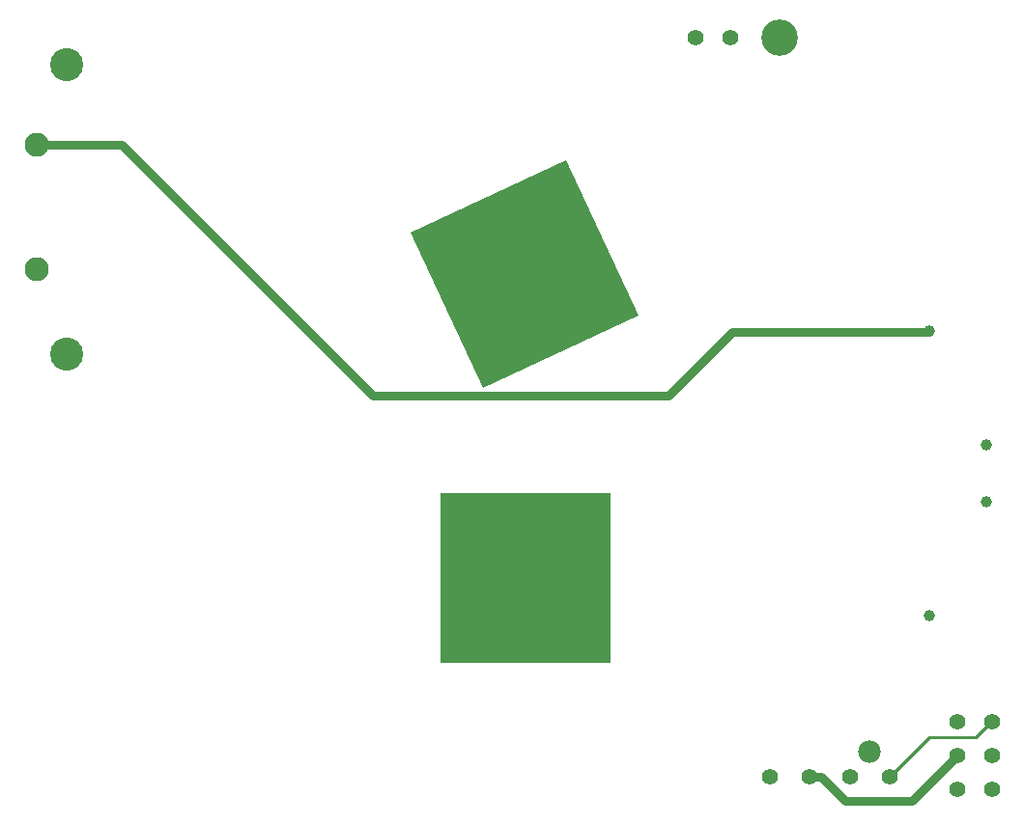
<source format=gbl>
G04 #@! TF.GenerationSoftware,KiCad,Pcbnew,5.0.2-bee76a0~70~ubuntu18.04.1*
G04 #@! TF.CreationDate,2019-04-30T11:13:38-04:00*
G04 #@! TF.ProjectId,AIR_Mount_Minus,4149525f-4d6f-4756-9e74-5f4d696e7573,rev?*
G04 #@! TF.SameCoordinates,Original*
G04 #@! TF.FileFunction,Copper,L2,Bot*
G04 #@! TF.FilePolarity,Positive*
%FSLAX46Y46*%
G04 Gerber Fmt 4.6, Leading zero omitted, Abs format (unit mm)*
G04 Created by KiCad (PCBNEW 5.0.2-bee76a0~70~ubuntu18.04.1) date Tue 30 Apr 2019 11:13:38 AM EDT*
%MOMM*%
%LPD*%
G01*
G04 APERTURE LIST*
G04 #@! TA.AperFunction,ComponentPad*
%ADD10C,1.400000*%
G04 #@! TD*
G04 #@! TA.AperFunction,ComponentPad*
%ADD11R,15.000000X15.000000*%
G04 #@! TD*
G04 #@! TA.AperFunction,ComponentPad*
%ADD12C,1.700000*%
G04 #@! TD*
G04 #@! TA.AperFunction,ComponentPad*
%ADD13C,15.000000*%
G04 #@! TD*
G04 #@! TA.AperFunction,Conductor*
%ADD14C,0.100000*%
G04 #@! TD*
G04 #@! TA.AperFunction,ComponentPad*
%ADD15C,3.200000*%
G04 #@! TD*
G04 #@! TA.AperFunction,ComponentPad*
%ADD16C,1.420000*%
G04 #@! TD*
G04 #@! TA.AperFunction,ComponentPad*
%ADD17C,1.397000*%
G04 #@! TD*
G04 #@! TA.AperFunction,ComponentPad*
%ADD18C,1.981000*%
G04 #@! TD*
G04 #@! TA.AperFunction,ComponentPad*
%ADD19C,1.000000*%
G04 #@! TD*
G04 #@! TA.AperFunction,ComponentPad*
%ADD20C,2.120000*%
G04 #@! TD*
G04 #@! TA.AperFunction,ComponentPad*
%ADD21C,2.900000*%
G04 #@! TD*
G04 #@! TA.AperFunction,Conductor*
%ADD22C,0.762000*%
G04 #@! TD*
G04 #@! TA.AperFunction,Conductor*
%ADD23C,0.254000*%
G04 #@! TD*
G04 APERTURE END LIST*
D10*
G04 #@! TO.P,J1,1*
G04 #@! TO.N,/Precharge+*
X208940000Y-124480000D03*
G04 #@! TO.P,J1,2*
G04 #@! TO.N,/Precharge-*
X208940000Y-121480000D03*
G04 #@! TO.P,J1,3*
G04 #@! TO.N,/AUX+*
X208940000Y-118480000D03*
G04 #@! TO.P,J1,4*
G04 #@! TO.N,/AUX-*
X205940000Y-124480000D03*
G04 #@! TO.P,J1,5*
G04 #@! TO.N,/Coil+*
X205940000Y-121480000D03*
G04 #@! TO.P,J1,6*
G04 #@! TO.N,/Coil-*
X205940000Y-118480000D03*
G04 #@! TD*
D11*
G04 #@! TO.P,J2,1*
G04 #@! TO.N,/BAT-*
X168031363Y-105920001D03*
D12*
X171841363Y-112270001D03*
X174381363Y-112270001D03*
X169301363Y-112270001D03*
X166761363Y-112270001D03*
X164221363Y-112270001D03*
X161681363Y-112270001D03*
X171841363Y-99570001D03*
X166761363Y-99570001D03*
X169301363Y-99570001D03*
X161681363Y-99570001D03*
X174381363Y-99570001D03*
X164221363Y-99570001D03*
G04 #@! TD*
G04 #@! TO.P,J3,1*
G04 #@! TO.N,/TS-*
X161850342Y-75105159D03*
X171058429Y-70811358D03*
X159548321Y-76178610D03*
X166454386Y-72958258D03*
X164152364Y-74031709D03*
X168756408Y-71884808D03*
X164915573Y-87688718D03*
X167217594Y-86615268D03*
X169519616Y-85541818D03*
X171821638Y-84468367D03*
X176425681Y-82321466D03*
X174123660Y-83394917D03*
D13*
X167987001Y-79250038D03*
D14*
G04 #@! TD*
G04 #@! TO.N,/TS-*
G04 #@! TO.C,J3*
G36*
X164359330Y-89216983D02*
X158020056Y-75622367D01*
X171614672Y-69283093D01*
X177953946Y-82877709D01*
X164359330Y-89216983D01*
X164359330Y-89216983D01*
G37*
D15*
G04 #@! TO.P,J4,*
G04 #@! TO.N,*
X190300000Y-58520000D03*
D16*
G04 #@! TO.P,J4,1*
G04 #@! TO.N,/TS_Fuse-*
X185980000Y-58520000D03*
G04 #@! TO.P,J4,2*
G04 #@! TO.N,/TSMP-*
X182980000Y-58520000D03*
G04 #@! TD*
D17*
G04 #@! TO.P,J5,2*
G04 #@! TO.N,/AUX-*
X196490000Y-123350000D03*
G04 #@! TO.P,J5,1*
G04 #@! TO.N,/AUX+*
X199990000Y-123350000D03*
D18*
G04 #@! TO.P,J5,*
G04 #@! TO.N,*
X198240000Y-121120000D03*
D17*
G04 #@! TO.P,J5,3*
G04 #@! TO.N,/Coil+*
X192990000Y-123350000D03*
G04 #@! TO.P,J5,4*
G04 #@! TO.N,/Coil-*
X189490000Y-123350000D03*
G04 #@! TD*
D19*
G04 #@! TO.P,K1,1*
G04 #@! TO.N,/TS-*
X203454000Y-109220000D03*
G04 #@! TO.P,K1,2*
G04 #@! TO.N,Net-(K1-Pad2)*
X203454000Y-84220000D03*
G04 #@! TO.P,K1,3*
G04 #@! TO.N,/Precharge-*
X208454000Y-99220000D03*
G04 #@! TO.P,K1,4*
G04 #@! TO.N,/Precharge+*
X208454000Y-94220000D03*
G04 #@! TD*
D20*
G04 #@! TO.P,R1,1*
G04 #@! TO.N,/BAT-*
X125200000Y-78780000D03*
G04 #@! TO.P,R1,2*
G04 #@! TO.N,Net-(K1-Pad2)*
X125200000Y-67880000D03*
D21*
G04 #@! TO.P,R1,4*
G04 #@! TO.N,N/C*
X127870000Y-86273000D03*
G04 #@! TO.P,R1,5*
X127870000Y-60873000D03*
G04 #@! TD*
D22*
G04 #@! TO.N,Net-(K1-Pad2)*
X125200000Y-67880000D02*
X132650000Y-67880000D01*
X132650000Y-67880000D02*
X154686000Y-89916000D01*
X154686000Y-89916000D02*
X180594000Y-89916000D01*
X180594000Y-89916000D02*
X186182000Y-84328000D01*
X186182000Y-84328000D02*
X203454000Y-84328000D01*
D23*
G04 #@! TO.N,/AUX+*
X199990000Y-123350000D02*
X203452000Y-119888000D01*
X203452000Y-119888000D02*
X207518000Y-119888000D01*
X207518000Y-119888000D02*
X208788000Y-118618000D01*
D22*
G04 #@! TO.N,/Coil+*
X193977828Y-123350000D02*
X196103828Y-125476000D01*
X192990000Y-123350000D02*
X193977828Y-123350000D01*
X196103828Y-125476000D02*
X201930000Y-125476000D01*
X201930000Y-125476000D02*
X205994000Y-121412000D01*
G04 #@! TD*
M02*

</source>
